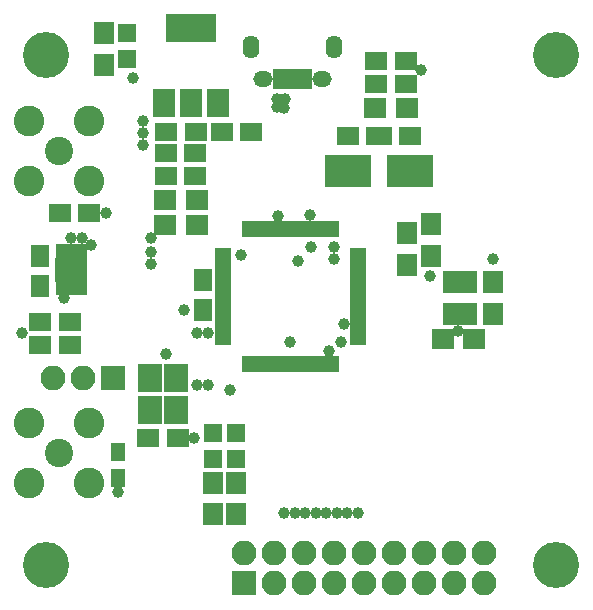
<source format=gts>
%TF.GenerationSoftware,KiCad,Pcbnew,4.0.6*%
%TF.CreationDate,2017-04-05T20:33:35-07:00*%
%TF.ProjectId,wavegen,7761766567656E2E6B696361645F7063,rev?*%
%TF.FileFunction,Soldermask,Top*%
%FSLAX46Y46*%
G04 Gerber Fmt 4.6, Leading zero omitted, Abs format (unit mm)*
G04 Created by KiCad (PCBNEW 4.0.6) date 04/05/17 20:33:35*
%MOMM*%
%LPD*%
G01*
G04 APERTURE LIST*
%ADD10C,0.100000*%
%ADD11C,3.900000*%
%ADD12R,1.900000X1.650000*%
%ADD13R,1.900000X1.700000*%
%ADD14R,1.700000X1.900000*%
%ADD15R,2.780000X2.040000*%
%ADD16R,0.650000X1.400000*%
%ADD17R,1.650000X1.900000*%
%ADD18R,1.600000X1.600000*%
%ADD19R,0.800000X1.750000*%
%ADD20O,1.650000X1.350000*%
%ADD21O,1.400000X1.950000*%
%ADD22C,2.600000*%
%ADD23C,2.400000*%
%ADD24R,2.100000X2.100000*%
%ADD25O,2.100000X2.100000*%
%ADD26R,1.300000X1.600000*%
%ADD27R,1.050000X1.960000*%
%ADD28R,1.400000X0.650000*%
%ADD29R,2.050000X2.350000*%
%ADD30R,4.200000X2.400000*%
%ADD31R,1.900000X2.400000*%
%ADD32R,3.900000X2.800000*%
%ADD33C,1.000000*%
G04 APERTURE END LIST*
D10*
D11*
X72390000Y-57150000D03*
X72390000Y-100330000D03*
X115570000Y-100330000D03*
X115570000Y-57150000D03*
D12*
X85042210Y-65470440D03*
X82542210Y-65470440D03*
D13*
X82478800Y-69383142D03*
X85178800Y-69383142D03*
D12*
X85042210Y-67375440D03*
X82542210Y-67375440D03*
D14*
X105029000Y-71421000D03*
X105029000Y-74121000D03*
D15*
X74549000Y-75311000D03*
D16*
X73549000Y-76811000D03*
X74049000Y-76811000D03*
X74549000Y-76811000D03*
X75049000Y-76811000D03*
X75549000Y-76811000D03*
X75549000Y-73811000D03*
X75049000Y-73811000D03*
X74549000Y-73811000D03*
X74049000Y-73811000D03*
X73549000Y-73811000D03*
D12*
X97937000Y-64008000D03*
X100437000Y-64008000D03*
X103231000Y-64008000D03*
X100731000Y-64008000D03*
X87269000Y-63627000D03*
X89769000Y-63627000D03*
X85070000Y-63627000D03*
X82570000Y-63627000D03*
X81046000Y-89535000D03*
X83546000Y-89535000D03*
X74402000Y-79756000D03*
X71902000Y-79756000D03*
X74402000Y-81661000D03*
X71902000Y-81661000D03*
D17*
X71882000Y-74188000D03*
X71882000Y-76688000D03*
D12*
X73553000Y-70485000D03*
X76053000Y-70485000D03*
X100350000Y-59563000D03*
X102850000Y-59563000D03*
X100350000Y-57658000D03*
X102850000Y-57658000D03*
D18*
X79280000Y-55288000D03*
X79280000Y-57488000D03*
X88519000Y-91313000D03*
X88519000Y-89113000D03*
X86544864Y-91313000D03*
X86544864Y-89113000D03*
D19*
X94568800Y-59135000D03*
X93918800Y-59135000D03*
X93268800Y-59135000D03*
X92618800Y-59135000D03*
X91968800Y-59135000D03*
D20*
X95768800Y-59135000D03*
X90768800Y-59135000D03*
D21*
X96768800Y-56435000D03*
X89768800Y-56435000D03*
D22*
X76073000Y-88265000D03*
X76073000Y-93345000D03*
X70993000Y-93345000D03*
X70993000Y-88265000D03*
D23*
X73533000Y-90805000D03*
D22*
X70993000Y-67818000D03*
X70993000Y-62738000D03*
X76073000Y-62738000D03*
X76073000Y-67818000D03*
D23*
X73533000Y-65278000D03*
D24*
X89154000Y-101854000D03*
D25*
X89154000Y-99314000D03*
X91694000Y-101854000D03*
X91694000Y-99314000D03*
X94234000Y-101854000D03*
X94234000Y-99314000D03*
X96774000Y-101854000D03*
X96774000Y-99314000D03*
X99314000Y-101854000D03*
X99314000Y-99314000D03*
X101854000Y-101854000D03*
X101854000Y-99314000D03*
X104394000Y-101854000D03*
X104394000Y-99314000D03*
X106934000Y-101854000D03*
X106934000Y-99314000D03*
X109474000Y-101854000D03*
X109474000Y-99314000D03*
D24*
X78105000Y-84455000D03*
D25*
X75565000Y-84455000D03*
X73025000Y-84455000D03*
D13*
X102950000Y-61595000D03*
X100250000Y-61595000D03*
D26*
X78486000Y-90721000D03*
X78486000Y-92921000D03*
D14*
X77290000Y-55290000D03*
X77290000Y-57990000D03*
X88519000Y-93345000D03*
X88519000Y-96045000D03*
X86544864Y-93345000D03*
X86544864Y-96045000D03*
X110236000Y-76374000D03*
X110236000Y-79074000D03*
X102997000Y-72183000D03*
X102997000Y-74883000D03*
D13*
X108665000Y-81153000D03*
X105965000Y-81153000D03*
X85144600Y-71526400D03*
X82444600Y-71526400D03*
D27*
X106492000Y-79074000D03*
X107442000Y-79074000D03*
X108392000Y-79074000D03*
X108392000Y-76374000D03*
X106492000Y-76374000D03*
X107442000Y-76374000D03*
D16*
X96841000Y-71897000D03*
X96341000Y-71897000D03*
X95841000Y-71897000D03*
X95341000Y-71897000D03*
X94841000Y-71897000D03*
X94341000Y-71897000D03*
X93841000Y-71897000D03*
X93341000Y-71897000D03*
X92841000Y-71897000D03*
X92341000Y-71897000D03*
X91841000Y-71897000D03*
X91341000Y-71897000D03*
X90841000Y-71897000D03*
X90341000Y-71897000D03*
X89841000Y-71897000D03*
X89341000Y-71897000D03*
D28*
X87391000Y-73847000D03*
X87391000Y-74347000D03*
X87391000Y-74847000D03*
X87391000Y-75347000D03*
X87391000Y-75847000D03*
X87391000Y-76347000D03*
X87391000Y-76847000D03*
X87391000Y-77347000D03*
X87391000Y-77847000D03*
X87391000Y-78347000D03*
X87391000Y-78847000D03*
X87391000Y-79347000D03*
X87391000Y-79847000D03*
X87391000Y-80347000D03*
X87391000Y-80847000D03*
X87391000Y-81347000D03*
D16*
X89341000Y-83297000D03*
X89841000Y-83297000D03*
X90341000Y-83297000D03*
X90841000Y-83297000D03*
X91341000Y-83297000D03*
X91841000Y-83297000D03*
X92341000Y-83297000D03*
X92841000Y-83297000D03*
X93341000Y-83297000D03*
X93841000Y-83297000D03*
X94341000Y-83297000D03*
X94841000Y-83297000D03*
X95341000Y-83297000D03*
X95841000Y-83297000D03*
X96341000Y-83297000D03*
X96841000Y-83297000D03*
D28*
X98791000Y-81347000D03*
X98791000Y-80847000D03*
X98791000Y-80347000D03*
X98791000Y-79847000D03*
X98791000Y-79347000D03*
X98791000Y-78847000D03*
X98791000Y-78347000D03*
X98791000Y-77847000D03*
X98791000Y-77347000D03*
X98791000Y-76847000D03*
X98791000Y-76347000D03*
X98791000Y-75847000D03*
X98791000Y-75347000D03*
X98791000Y-74847000D03*
X98791000Y-74347000D03*
X98791000Y-73847000D03*
D29*
X83396000Y-87227000D03*
X83396000Y-84477000D03*
X81196000Y-84477000D03*
X81196000Y-87227000D03*
D30*
X84645500Y-54889000D03*
D31*
X84645500Y-61189000D03*
X86945500Y-61189000D03*
X82345500Y-61189000D03*
D17*
X85725000Y-76220000D03*
X85725000Y-78720000D03*
D32*
X97984000Y-66929000D03*
X103184000Y-66929000D03*
D33*
X88011000Y-85471000D03*
X84074000Y-78740000D03*
X92618800Y-60833000D03*
X92583000Y-61595000D03*
X70358000Y-80645000D03*
X92075034Y-70739000D03*
X77470000Y-70485000D03*
X91968800Y-60853800D03*
X91968800Y-61552200D03*
X104140000Y-58420000D03*
X82550000Y-82423000D03*
X107315000Y-80518000D03*
X80645000Y-64770000D03*
X80645000Y-63754000D03*
X80645000Y-62738000D03*
X79756000Y-59055000D03*
X88900000Y-74041000D03*
X96393000Y-82169000D03*
X97663000Y-79883000D03*
X96774000Y-73406000D03*
X94869000Y-73406000D03*
X73787000Y-75692000D03*
X73787000Y-74930000D03*
X75311000Y-75692000D03*
X75311000Y-74930000D03*
X78486000Y-94107000D03*
X84963000Y-89535000D03*
X73924000Y-77744014D03*
X110236000Y-74422000D03*
X104902000Y-75819000D03*
X97394492Y-81472010D03*
X93091000Y-81407000D03*
X93726000Y-74549000D03*
X96774000Y-74422000D03*
X86106000Y-85090000D03*
X86106000Y-80645012D03*
X85217004Y-85090000D03*
X85209216Y-80681165D03*
X92583000Y-95885000D03*
X93472000Y-95885000D03*
X94361000Y-95885000D03*
X95250000Y-95885000D03*
X96139000Y-95885000D03*
X97028000Y-95885000D03*
X97917000Y-95885000D03*
X98806000Y-95885000D03*
X94716000Y-70675500D03*
X81280000Y-74803008D03*
X74549000Y-72644000D03*
X81280004Y-72644000D03*
X75437994Y-72644000D03*
X81280006Y-73787000D03*
X76200000Y-73269000D03*
M02*

</source>
